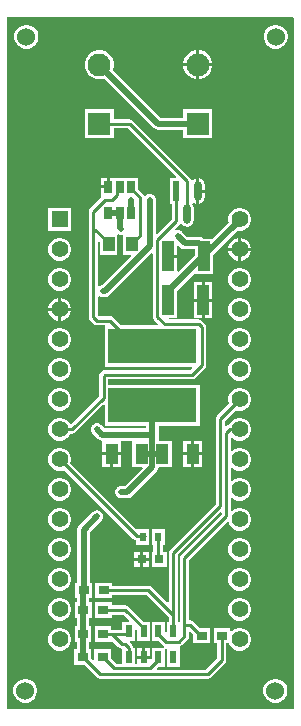
<source format=gbr>
G04*
G04 #@! TF.GenerationSoftware,Altium Limited,Altium Designer,23.1.1 (15)*
G04*
G04 Layer_Physical_Order=2*
G04 Layer_Color=16711680*
%FSLAX25Y25*%
%MOIN*%
G70*
G04*
G04 #@! TF.SameCoordinates,7F6F0EF6-604E-4872-8498-859B9B4CD440*
G04*
G04*
G04 #@! TF.FilePolarity,Positive*
G04*
G01*
G75*
%ADD12C,0.01000*%
%ADD13R,0.05567X0.05567*%
%ADD14C,0.05567*%
%ADD19C,0.02000*%
%ADD20R,0.07677X0.07677*%
%ADD21C,0.07677*%
%ADD22C,0.06000*%
%ADD23C,0.02000*%
%ADD24R,0.03937X0.09843*%
%ADD25R,0.29528X0.11811*%
%ADD26R,0.04352X0.06528*%
%ADD27R,0.03150X0.03150*%
%ADD28R,0.02362X0.04331*%
%ADD29R,0.03543X0.03150*%
%ADD30R,0.03937X0.04921*%
G04:AMPARAMS|DCode=31|XSize=65.3mil|YSize=24.68mil|CornerRadius=12.34mil|HoleSize=0mil|Usage=FLASHONLY|Rotation=270.000|XOffset=0mil|YOffset=0mil|HoleType=Round|Shape=RoundedRectangle|*
%AMROUNDEDRECTD31*
21,1,0.06530,0.00000,0,0,270.0*
21,1,0.04063,0.02468,0,0,270.0*
1,1,0.02468,0.00000,-0.02031*
1,1,0.02468,0.00000,0.02031*
1,1,0.02468,0.00000,0.02031*
1,1,0.02468,0.00000,-0.02031*
%
%ADD31ROUNDEDRECTD31*%
%ADD32R,0.02468X0.06530*%
%ADD33R,0.02756X0.03937*%
%ADD34R,0.02362X0.03150*%
G36*
X223800Y233300D02*
Y3000D01*
X128400D01*
X128100Y3124D01*
X128100Y233600D01*
X223500D01*
X223800Y233300D01*
D02*
G37*
%LPC*%
G36*
X218127Y231000D02*
X217073D01*
X216056Y230727D01*
X215144Y230201D01*
X214399Y229456D01*
X213873Y228544D01*
X213600Y227527D01*
Y226473D01*
X213873Y225456D01*
X214399Y224544D01*
X215144Y223799D01*
X216056Y223273D01*
X217073Y223000D01*
X218127D01*
X219144Y223273D01*
X220056Y223799D01*
X220801Y224544D01*
X221327Y225456D01*
X221600Y226473D01*
Y227527D01*
X221327Y228544D01*
X220801Y229456D01*
X220056Y230201D01*
X219144Y230727D01*
X218127Y231000D01*
D02*
G37*
G36*
X135027D02*
X133973D01*
X132956Y230727D01*
X132044Y230201D01*
X131299Y229456D01*
X130773Y228544D01*
X130500Y227527D01*
Y226473D01*
X130773Y225456D01*
X131299Y224544D01*
X132044Y223799D01*
X132956Y223273D01*
X133973Y223000D01*
X135027D01*
X136044Y223273D01*
X136956Y223799D01*
X137701Y224544D01*
X138227Y225456D01*
X138500Y226473D01*
Y227527D01*
X138227Y228544D01*
X137701Y229456D01*
X136956Y230201D01*
X136044Y230727D01*
X135027Y231000D01*
D02*
G37*
G36*
X192309Y222481D02*
X192172D01*
Y218143D01*
X196510D01*
Y218280D01*
X196181Y219510D01*
X195544Y220614D01*
X194643Y221514D01*
X193539Y222151D01*
X192309Y222481D01*
D02*
G37*
G36*
X191172D02*
X191035D01*
X189804Y222151D01*
X188701Y221514D01*
X187800Y220614D01*
X187163Y219510D01*
X186833Y218280D01*
Y218143D01*
X191172D01*
Y222481D01*
D02*
G37*
G36*
X196510Y217143D02*
X192172D01*
Y212804D01*
X192309D01*
X193539Y213134D01*
X194643Y213771D01*
X195544Y214671D01*
X196181Y215775D01*
X196510Y217005D01*
Y217143D01*
D02*
G37*
G36*
X191172D02*
X186833D01*
Y217005D01*
X187163Y215775D01*
X187800Y214671D01*
X188701Y213771D01*
X189804Y213134D01*
X191035Y212804D01*
X191172D01*
Y217143D01*
D02*
G37*
G36*
X159415Y222481D02*
X158141D01*
X156911Y222151D01*
X155807Y221514D01*
X154907Y220614D01*
X154270Y219510D01*
X153940Y218280D01*
Y217005D01*
X154270Y215775D01*
X154907Y214671D01*
X155807Y213771D01*
X156911Y213134D01*
X158141Y212804D01*
X159415D01*
X160455Y213082D01*
X177022Y196516D01*
X177683Y196073D01*
X178463Y195918D01*
X186833D01*
Y193119D01*
X196510D01*
Y202796D01*
X186833D01*
Y199997D01*
X179308D01*
X163338Y215966D01*
X163617Y217005D01*
Y218280D01*
X163287Y219510D01*
X162650Y220614D01*
X161749Y221514D01*
X160646Y222151D01*
X159415Y222481D01*
D02*
G37*
G36*
X161360Y179897D02*
X159482D01*
Y177429D01*
X161360D01*
Y179897D01*
D02*
G37*
G36*
X192202Y179771D02*
Y176061D01*
X193980D01*
Y177593D01*
X193807Y178464D01*
X193313Y179203D01*
X192574Y179697D01*
X192202Y179771D01*
D02*
G37*
G36*
X193980Y175062D02*
X192202D01*
Y171352D01*
X192574Y171426D01*
X193313Y171920D01*
X193807Y172659D01*
X193980Y173530D01*
Y175062D01*
D02*
G37*
G36*
X149435Y169949D02*
X141868D01*
Y162382D01*
X149435D01*
Y169949D01*
D02*
G37*
G36*
X163617Y202796D02*
X153940D01*
Y193119D01*
X163617D01*
Y196428D01*
X168246D01*
X184386Y180289D01*
X184195Y179827D01*
X182264D01*
Y171296D01*
X182968D01*
Y166119D01*
X178152Y161303D01*
X177690Y161495D01*
Y172600D01*
X177651Y172797D01*
Y172998D01*
X177574Y173183D01*
X177535Y173380D01*
X177424Y173547D01*
X177347Y173733D01*
X177205Y173875D01*
X177093Y174042D01*
X176926Y174153D01*
X176784Y174295D01*
X176599Y174372D01*
X176432Y174484D01*
X176235Y174523D01*
X176049Y174600D01*
X175848D01*
X175651Y174639D01*
X175454Y174600D01*
X175253D01*
X175068Y174523D01*
X174871Y174484D01*
X174704Y174372D01*
X174518Y174295D01*
X174376Y174153D01*
X174209Y174042D01*
X174164Y173974D01*
X173698Y174022D01*
X173603Y174087D01*
X173300Y174542D01*
X171718Y176123D01*
Y179897D01*
X162360D01*
Y176929D01*
X161860D01*
Y176429D01*
X159482D01*
Y173960D01*
X159482Y173960D01*
X159482D01*
X159437Y173479D01*
X155722Y169764D01*
X155390Y169268D01*
X155274Y168682D01*
Y162637D01*
Y133588D01*
X155390Y133003D01*
X155722Y132507D01*
X156928Y131301D01*
X157424Y130970D01*
X158009Y130853D01*
X160280D01*
X160736Y130748D01*
Y116937D01*
X189569D01*
X189760Y116475D01*
X189149Y115864D01*
X160822D01*
X160237Y115748D01*
X159741Y115416D01*
X159155Y114831D01*
X158823Y114334D01*
X158707Y113749D01*
Y107318D01*
X149408Y98019D01*
X148912Y98084D01*
X148679Y98488D01*
X147974Y99193D01*
X147112Y99691D01*
X146149Y99949D01*
X145153D01*
X144191Y99691D01*
X143328Y99193D01*
X142624Y98488D01*
X142126Y97626D01*
X141868Y96663D01*
Y95667D01*
X142126Y94705D01*
X142624Y93842D01*
X143328Y93138D01*
X144191Y92640D01*
X145153Y92382D01*
X146149D01*
X147112Y92640D01*
X147974Y93138D01*
X148679Y93842D01*
X149137Y94636D01*
X149717D01*
X150303Y94752D01*
X150799Y95084D01*
X160274Y104559D01*
X160736Y104368D01*
Y97252D01*
X174461D01*
Y96423D01*
X160635D01*
X159451Y97607D01*
X159284Y97719D01*
X159142Y97861D01*
X158956Y97938D01*
X158789Y98049D01*
X158592Y98089D01*
X158407Y98165D01*
X158206D01*
X158009Y98204D01*
X157812Y98165D01*
X157611D01*
X157425Y98089D01*
X157229Y98049D01*
X157062Y97938D01*
X156876Y97861D01*
X156734Y97719D01*
X156567Y97607D01*
X156455Y97440D01*
X156313Y97298D01*
X156237Y97113D01*
X156125Y96946D01*
X156086Y96749D01*
X156009Y96563D01*
Y96362D01*
X155970Y96165D01*
X156009Y95968D01*
Y95767D01*
X156086Y95582D01*
X156125Y95385D01*
X156237Y95218D01*
X156313Y95032D01*
X156455Y94890D01*
X156567Y94723D01*
X158349Y92942D01*
X159010Y92500D01*
X159354Y92431D01*
X159778Y92248D01*
X159778Y91850D01*
Y88484D01*
X162954D01*
X166130D01*
Y91845D01*
X166130Y92248D01*
X166590Y92345D01*
X169368D01*
X169828Y92248D01*
Y83719D01*
X173082D01*
X173274Y83258D01*
X167255Y77239D01*
X166100D01*
X165903Y77200D01*
X165702D01*
X165517Y77123D01*
X165320Y77084D01*
X165153Y76972D01*
X164967Y76895D01*
X164825Y76753D01*
X164658Y76642D01*
X164547Y76475D01*
X164404Y76333D01*
X164328Y76147D01*
X164216Y75980D01*
X164177Y75783D01*
X164100Y75598D01*
Y75397D01*
X164061Y75200D01*
X164100Y75003D01*
Y74802D01*
X164177Y74617D01*
X164216Y74420D01*
X164328Y74253D01*
X164404Y74067D01*
X164547Y73925D01*
X164658Y73758D01*
X164825Y73646D01*
X164967Y73505D01*
X165153Y73428D01*
X165320Y73316D01*
X165517Y73277D01*
X165702Y73200D01*
X165903D01*
X166100Y73161D01*
X168100D01*
X168880Y73316D01*
X169542Y73758D01*
X177942Y82158D01*
X178384Y82820D01*
X178539Y83600D01*
Y83719D01*
X183108D01*
Y92248D01*
X178539D01*
Y97252D01*
X192264D01*
Y111063D01*
X161766D01*
Y112805D01*
X189783D01*
X190368Y112922D01*
X190864Y113253D01*
X194037Y116426D01*
X194368Y116922D01*
X194484Y117507D01*
Y130178D01*
X194368Y130763D01*
X194037Y131260D01*
X192966Y132329D01*
X192470Y132661D01*
X191885Y132777D01*
X181680D01*
X181670Y132792D01*
X181938Y133292D01*
X184595D01*
Y142251D01*
X190352Y148009D01*
X190665Y147879D01*
Y147879D01*
X196602D01*
Y154009D01*
X205013Y162419D01*
X205153Y162382D01*
X206149D01*
X207112Y162640D01*
X207974Y163138D01*
X208679Y163842D01*
X209177Y164705D01*
X209435Y165667D01*
Y166663D01*
X209177Y167626D01*
X208679Y168488D01*
X207974Y169193D01*
X207112Y169691D01*
X206149Y169949D01*
X205153D01*
X204191Y169691D01*
X203328Y169193D01*
X202624Y168488D01*
X202126Y167626D01*
X201868Y166663D01*
Y165667D01*
X202000Y165174D01*
X196547Y159721D01*
X193520D01*
X192946Y160105D01*
X192165Y160260D01*
X188150D01*
X186399Y162012D01*
X186232Y162123D01*
X186090Y162265D01*
X185904Y162342D01*
X185737Y162454D01*
X185540Y162493D01*
X185355Y162570D01*
X185154D01*
X184957Y162609D01*
X184760Y162570D01*
X184559D01*
X184374Y162493D01*
X184129Y162954D01*
X185579Y164404D01*
X185675Y164548D01*
X186276D01*
X186489Y164229D01*
X187228Y163735D01*
X188100Y163562D01*
X188972Y163735D01*
X189710Y164229D01*
X190204Y164968D01*
X190378Y165840D01*
Y169902D01*
X190204Y170774D01*
X189842Y171316D01*
X189885Y171456D01*
X190472Y171665D01*
X190831Y171426D01*
X191202Y171352D01*
Y175561D01*
Y179771D01*
X190831Y179697D01*
X190092Y179203D01*
X190057Y179151D01*
X189526Y179257D01*
X189513Y179323D01*
X189181Y179819D01*
X169961Y199039D01*
X169465Y199371D01*
X168880Y199487D01*
X163617D01*
Y202796D01*
D02*
G37*
G36*
X206151Y159948D02*
Y156665D01*
X209434D01*
X209177Y157626D01*
X208679Y158488D01*
X207974Y159193D01*
X207112Y159691D01*
X206151Y159948D01*
D02*
G37*
G36*
X205151D02*
X204191Y159691D01*
X203328Y159193D01*
X202624Y158488D01*
X202126Y157626D01*
X201868Y156665D01*
X205151D01*
Y159948D01*
D02*
G37*
G36*
X209434Y155665D02*
X206151D01*
Y152382D01*
X207112Y152640D01*
X207974Y153138D01*
X208679Y153842D01*
X209177Y154705D01*
X209434Y155665D01*
D02*
G37*
G36*
X205151D02*
X201868D01*
X202126Y154705D01*
X202624Y153842D01*
X203328Y153138D01*
X204191Y152640D01*
X205151Y152382D01*
Y155665D01*
D02*
G37*
G36*
X146149Y159949D02*
X145153D01*
X144191Y159691D01*
X143328Y159193D01*
X142624Y158488D01*
X142126Y157626D01*
X141868Y156663D01*
Y155667D01*
X142126Y154705D01*
X142624Y153842D01*
X143328Y153138D01*
X144191Y152640D01*
X145153Y152382D01*
X146149D01*
X147112Y152640D01*
X147974Y153138D01*
X148679Y153842D01*
X149177Y154705D01*
X149435Y155667D01*
Y156663D01*
X149177Y157626D01*
X148679Y158488D01*
X147974Y159193D01*
X147112Y159691D01*
X146149Y159949D01*
D02*
G37*
G36*
X206149Y149949D02*
X205153D01*
X204191Y149691D01*
X203328Y149193D01*
X202624Y148488D01*
X202126Y147626D01*
X201868Y146663D01*
Y145667D01*
X202126Y144705D01*
X202624Y143842D01*
X203328Y143138D01*
X204191Y142640D01*
X205153Y142382D01*
X206149D01*
X207112Y142640D01*
X207974Y143138D01*
X208679Y143842D01*
X209177Y144705D01*
X209435Y145667D01*
Y146663D01*
X209177Y147626D01*
X208679Y148488D01*
X207974Y149193D01*
X207112Y149691D01*
X206149Y149949D01*
D02*
G37*
G36*
X146149D02*
X145153D01*
X144191Y149691D01*
X143328Y149193D01*
X142624Y148488D01*
X142126Y147626D01*
X141868Y146663D01*
Y145667D01*
X142126Y144705D01*
X142624Y143842D01*
X143328Y143138D01*
X144191Y142640D01*
X145153Y142382D01*
X146149D01*
X147112Y142640D01*
X147974Y143138D01*
X148679Y143842D01*
X149177Y144705D01*
X149435Y145667D01*
Y146663D01*
X149177Y147626D01*
X148679Y148488D01*
X147974Y149193D01*
X147112Y149691D01*
X146149Y149949D01*
D02*
G37*
G36*
X196405Y145135D02*
X193937D01*
Y139714D01*
X196405D01*
Y145135D01*
D02*
G37*
G36*
X192937D02*
X190469D01*
Y139714D01*
X192937D01*
Y145135D01*
D02*
G37*
G36*
X146151Y139948D02*
Y136665D01*
X149434D01*
X149177Y137626D01*
X148679Y138488D01*
X147974Y139193D01*
X147112Y139691D01*
X146151Y139948D01*
D02*
G37*
G36*
X145151D02*
X144191Y139691D01*
X143328Y139193D01*
X142624Y138488D01*
X142126Y137626D01*
X141868Y136665D01*
X145151D01*
Y139948D01*
D02*
G37*
G36*
X196405Y138714D02*
X193937D01*
Y133292D01*
X196405D01*
Y138714D01*
D02*
G37*
G36*
X192937D02*
X190469D01*
Y133292D01*
X192937D01*
Y138714D01*
D02*
G37*
G36*
X149434Y135665D02*
X146151D01*
Y132382D01*
X147112Y132640D01*
X147974Y133138D01*
X148679Y133842D01*
X149177Y134705D01*
X149434Y135665D01*
D02*
G37*
G36*
X145151D02*
X141868D01*
X142126Y134705D01*
X142624Y133842D01*
X143328Y133138D01*
X144191Y132640D01*
X145151Y132382D01*
Y135665D01*
D02*
G37*
G36*
X206149Y139949D02*
X205153D01*
X204191Y139691D01*
X203328Y139193D01*
X202624Y138488D01*
X202126Y137626D01*
X201868Y136663D01*
Y135667D01*
X202126Y134705D01*
X202624Y133842D01*
X203328Y133138D01*
X204191Y132640D01*
X205153Y132382D01*
X206149D01*
X207112Y132640D01*
X207974Y133138D01*
X208679Y133842D01*
X209177Y134705D01*
X209435Y135667D01*
Y136663D01*
X209177Y137626D01*
X208679Y138488D01*
X207974Y139193D01*
X207112Y139691D01*
X206149Y139949D01*
D02*
G37*
G36*
Y129949D02*
X205153D01*
X204191Y129691D01*
X203328Y129193D01*
X202624Y128488D01*
X202126Y127626D01*
X201868Y126663D01*
Y125667D01*
X202126Y124705D01*
X202624Y123842D01*
X203328Y123138D01*
X204191Y122640D01*
X205153Y122382D01*
X206149D01*
X207112Y122640D01*
X207974Y123138D01*
X208679Y123842D01*
X209177Y124705D01*
X209435Y125667D01*
Y126663D01*
X209177Y127626D01*
X208679Y128488D01*
X207974Y129193D01*
X207112Y129691D01*
X206149Y129949D01*
D02*
G37*
G36*
X146149D02*
X145153D01*
X144191Y129691D01*
X143328Y129193D01*
X142624Y128488D01*
X142126Y127626D01*
X141868Y126663D01*
Y125667D01*
X142126Y124705D01*
X142624Y123842D01*
X143328Y123138D01*
X144191Y122640D01*
X145153Y122382D01*
X146149D01*
X147112Y122640D01*
X147974Y123138D01*
X148679Y123842D01*
X149177Y124705D01*
X149435Y125667D01*
Y126663D01*
X149177Y127626D01*
X148679Y128488D01*
X147974Y129193D01*
X147112Y129691D01*
X146149Y129949D01*
D02*
G37*
G36*
X206149Y119949D02*
X205153D01*
X204191Y119691D01*
X203328Y119193D01*
X202624Y118488D01*
X202126Y117626D01*
X201868Y116663D01*
Y115667D01*
X202126Y114705D01*
X202624Y113842D01*
X203328Y113138D01*
X204191Y112640D01*
X205153Y112382D01*
X206149D01*
X207112Y112640D01*
X207974Y113138D01*
X208679Y113842D01*
X209177Y114705D01*
X209435Y115667D01*
Y116663D01*
X209177Y117626D01*
X208679Y118488D01*
X207974Y119193D01*
X207112Y119691D01*
X206149Y119949D01*
D02*
G37*
G36*
X146149D02*
X145153D01*
X144191Y119691D01*
X143328Y119193D01*
X142624Y118488D01*
X142126Y117626D01*
X141868Y116663D01*
Y115667D01*
X142126Y114705D01*
X142624Y113842D01*
X143328Y113138D01*
X144191Y112640D01*
X145153Y112382D01*
X146149D01*
X147112Y112640D01*
X147974Y113138D01*
X148679Y113842D01*
X149177Y114705D01*
X149435Y115667D01*
Y116663D01*
X149177Y117626D01*
X148679Y118488D01*
X147974Y119193D01*
X147112Y119691D01*
X146149Y119949D01*
D02*
G37*
G36*
X206149Y109949D02*
X205153D01*
X204191Y109691D01*
X203328Y109193D01*
X202624Y108488D01*
X202126Y107626D01*
X201868Y106663D01*
Y105667D01*
X202105Y104782D01*
X198026Y100703D01*
X197694Y100206D01*
X197578Y99621D01*
Y71241D01*
X182349Y56012D01*
X182018Y55516D01*
X181901Y54931D01*
Y38473D01*
X181439Y38282D01*
X176240Y43481D01*
X175743Y43813D01*
X175158Y43929D01*
X163020D01*
Y44975D01*
X157476D01*
Y39825D01*
X163020D01*
Y40871D01*
X174525D01*
X181901Y33494D01*
Y32002D01*
X181250D01*
Y28466D01*
X180750Y28198D01*
X180691Y28238D01*
Y32002D01*
X176328D01*
Y25671D01*
X178528D01*
X180109Y24090D01*
X180142Y24068D01*
X180448Y23721D01*
X180338Y23340D01*
X180248Y23340D01*
X176328D01*
Y19576D01*
X176269Y19537D01*
X176011Y19675D01*
X171407D01*
Y18039D01*
X170848D01*
Y23340D01*
X170181D01*
X170080Y23847D01*
X169748Y24343D01*
X168920Y25171D01*
X169128Y25671D01*
X170848D01*
Y29207D01*
X171348Y29474D01*
X171407Y29435D01*
Y25671D01*
X175769D01*
Y32002D01*
X173570D01*
X168591Y36980D01*
X168095Y37312D01*
X167510Y37428D01*
X162921D01*
Y38474D01*
X157378D01*
Y33324D01*
X162921D01*
Y34370D01*
X166876D01*
X168782Y32464D01*
X168591Y32002D01*
X166486D01*
Y29381D01*
X162823D01*
Y30427D01*
X157280D01*
Y25277D01*
X162823D01*
Y25277D01*
X163191Y25430D01*
X165197Y23424D01*
X165693Y23093D01*
X166278Y22976D01*
X166486D01*
Y18039D01*
X164444D01*
X162720Y19763D01*
Y22750D01*
X157176D01*
Y19267D01*
X156714Y19075D01*
X156027Y19763D01*
Y22750D01*
X155294D01*
Y25277D01*
X156130D01*
Y30427D01*
X155294D01*
Y33324D01*
X156228D01*
Y38474D01*
X155294D01*
Y39825D01*
X156327D01*
Y44975D01*
X155594D01*
Y61809D01*
X159451Y65665D01*
X159562Y65832D01*
X159704Y65974D01*
X159781Y66160D01*
X159893Y66327D01*
X159932Y66524D01*
X160009Y66709D01*
Y66910D01*
X160048Y67107D01*
X160009Y67304D01*
Y67505D01*
X159932Y67690D01*
X159893Y67887D01*
X159781Y68054D01*
X159704Y68240D01*
X159562Y68382D01*
X159451Y68549D01*
X159284Y68661D01*
X159142Y68803D01*
X158956Y68879D01*
X158789Y68991D01*
X158592Y69030D01*
X158407Y69107D01*
X158206D01*
X158009Y69146D01*
X157812Y69107D01*
X157611D01*
X157425Y69030D01*
X157229Y68991D01*
X157062Y68879D01*
X156876Y68803D01*
X156734Y68661D01*
X156567Y68549D01*
X152113Y64095D01*
X151671Y63434D01*
X151516Y62653D01*
Y44975D01*
X150784D01*
Y39825D01*
X151216D01*
Y38474D01*
X150685D01*
Y33324D01*
X151216D01*
Y30427D01*
X150587D01*
Y25277D01*
X151216D01*
Y22750D01*
X150484D01*
Y17600D01*
X153864D01*
X158036Y13428D01*
X158532Y13097D01*
X159117Y12980D01*
X195010D01*
X195595Y13097D01*
X196091Y13428D01*
X200729Y18067D01*
X201061Y18563D01*
X201177Y19148D01*
Y24769D01*
X202108D01*
X202126Y24705D01*
X202624Y23842D01*
X203328Y23138D01*
X204191Y22640D01*
X205153Y22382D01*
X206149D01*
X207112Y22640D01*
X207974Y23138D01*
X208679Y23842D01*
X209177Y24705D01*
X209435Y25667D01*
Y26664D01*
X209177Y27626D01*
X208679Y28488D01*
X207974Y29193D01*
X207112Y29691D01*
X206149Y29949D01*
X205153D01*
X204191Y29691D01*
X203328Y29193D01*
X202920Y28784D01*
X202420Y28992D01*
Y29918D01*
X196876D01*
Y24769D01*
X198119D01*
Y19782D01*
X194376Y16039D01*
X178174D01*
X177983Y16501D01*
X178491Y17010D01*
X180691D01*
X180691Y22781D01*
X181071Y23139D01*
X181191Y23166D01*
X181250Y23121D01*
Y17010D01*
X185612D01*
Y23207D01*
X185612Y23340D01*
X185813Y23757D01*
X185818Y23758D01*
X186315Y24090D01*
X188281Y26056D01*
X188613Y26553D01*
X188729Y27138D01*
Y28556D01*
X189191Y28748D01*
X190183Y27755D01*
Y24769D01*
X195727D01*
Y29918D01*
X192346D01*
X190261Y32004D01*
X189765Y32335D01*
X189180Y32452D01*
X188729D01*
Y52566D01*
X201451Y65289D01*
X202009Y65139D01*
X202126Y64705D01*
X202624Y63842D01*
X203328Y63138D01*
X204191Y62640D01*
X205153Y62382D01*
X206149D01*
X207112Y62640D01*
X207974Y63138D01*
X208679Y63842D01*
X209177Y64705D01*
X209435Y65667D01*
Y66663D01*
X209177Y67626D01*
X208679Y68489D01*
X207974Y69193D01*
X207112Y69691D01*
X206149Y69949D01*
X205153D01*
X204191Y69691D01*
X203328Y69193D01*
X203098Y68963D01*
X202636Y69155D01*
Y73176D01*
X203098Y73368D01*
X203328Y73138D01*
X204191Y72640D01*
X205153Y72382D01*
X206149D01*
X207112Y72640D01*
X207974Y73138D01*
X208679Y73842D01*
X209177Y74705D01*
X209435Y75667D01*
Y76664D01*
X209177Y77626D01*
X208679Y78488D01*
X207974Y79193D01*
X207112Y79691D01*
X206149Y79949D01*
X205153D01*
X204191Y79691D01*
X203328Y79193D01*
X203098Y78963D01*
X202636Y79154D01*
Y83176D01*
X203098Y83368D01*
X203328Y83138D01*
X204191Y82640D01*
X205153Y82382D01*
X206149D01*
X207112Y82640D01*
X207974Y83138D01*
X208679Y83842D01*
X209177Y84705D01*
X209435Y85667D01*
Y86664D01*
X209177Y87626D01*
X208679Y88489D01*
X207974Y89193D01*
X207112Y89691D01*
X206149Y89949D01*
X205153D01*
X204191Y89691D01*
X203328Y89193D01*
X203098Y88963D01*
X202636Y89154D01*
Y93176D01*
X203098Y93367D01*
X203328Y93138D01*
X204191Y92640D01*
X205153Y92382D01*
X206149D01*
X207112Y92640D01*
X207974Y93138D01*
X208679Y93842D01*
X209177Y94705D01*
X209435Y95667D01*
Y96663D01*
X209177Y97626D01*
X208679Y98488D01*
X207974Y99193D01*
X207112Y99691D01*
X206149Y99949D01*
X205153D01*
X204191Y99691D01*
X203328Y99193D01*
X202624Y98488D01*
X202156Y97679D01*
X201649Y97578D01*
X201152Y97247D01*
X201098Y97193D01*
X200636Y97384D01*
Y98988D01*
X204268Y102619D01*
X205153Y102382D01*
X206149D01*
X207112Y102640D01*
X207974Y103138D01*
X208679Y103842D01*
X209177Y104705D01*
X209435Y105667D01*
Y106663D01*
X209177Y107626D01*
X208679Y108488D01*
X207974Y109193D01*
X207112Y109691D01*
X206149Y109949D01*
D02*
G37*
G36*
X146149D02*
X145153D01*
X144191Y109691D01*
X143328Y109193D01*
X142624Y108488D01*
X142126Y107626D01*
X141868Y106663D01*
Y105667D01*
X142126Y104705D01*
X142624Y103842D01*
X143328Y103138D01*
X144191Y102640D01*
X145153Y102382D01*
X146149D01*
X147112Y102640D01*
X147974Y103138D01*
X148679Y103842D01*
X149177Y104705D01*
X149435Y105667D01*
Y106663D01*
X149177Y107626D01*
X148679Y108488D01*
X147974Y109193D01*
X147112Y109691D01*
X146149Y109949D01*
D02*
G37*
G36*
X193158Y92248D02*
X190482D01*
Y88484D01*
X193158D01*
Y92248D01*
D02*
G37*
G36*
X189482D02*
X186806D01*
Y88484D01*
X189482D01*
Y92248D01*
D02*
G37*
G36*
X193158Y87484D02*
X190482D01*
Y83719D01*
X193158D01*
Y87484D01*
D02*
G37*
G36*
X189482D02*
X186806D01*
Y83719D01*
X189482D01*
Y87484D01*
D02*
G37*
G36*
X166130Y87484D02*
X163454D01*
Y83719D01*
X166130D01*
Y87484D01*
D02*
G37*
G36*
X162454D02*
X159778D01*
Y83719D01*
X162454D01*
Y87484D01*
D02*
G37*
G36*
X146149Y79949D02*
X145153D01*
X144191Y79691D01*
X143328Y79193D01*
X142624Y78488D01*
X142126Y77626D01*
X141868Y76664D01*
Y75667D01*
X142126Y74705D01*
X142624Y73842D01*
X143328Y73138D01*
X144191Y72640D01*
X145153Y72382D01*
X146149D01*
X147112Y72640D01*
X147974Y73138D01*
X148679Y73842D01*
X149177Y74705D01*
X149435Y75667D01*
Y76664D01*
X149177Y77626D01*
X148679Y78488D01*
X147974Y79193D01*
X147112Y79691D01*
X146149Y79949D01*
D02*
G37*
G36*
Y69949D02*
X145153D01*
X144191Y69691D01*
X143328Y69193D01*
X142624Y68489D01*
X142126Y67626D01*
X141868Y66663D01*
Y65667D01*
X142126Y64705D01*
X142624Y63842D01*
X143328Y63138D01*
X144191Y62640D01*
X145153Y62382D01*
X146149D01*
X147112Y62640D01*
X147974Y63138D01*
X148679Y63842D01*
X149177Y64705D01*
X149435Y65667D01*
Y66663D01*
X149177Y67626D01*
X148679Y68489D01*
X147974Y69193D01*
X147112Y69691D01*
X146149Y69949D01*
D02*
G37*
G36*
Y89949D02*
X145153D01*
X144191Y89691D01*
X143328Y89193D01*
X142624Y88489D01*
X142126Y87626D01*
X141868Y86664D01*
Y85667D01*
X142126Y84705D01*
X142624Y83842D01*
X143328Y83138D01*
X144191Y82640D01*
X145153Y82382D01*
X146149D01*
X147035Y82619D01*
X170163Y59490D01*
X170660Y59159D01*
X171088Y59073D01*
Y57731D01*
X175450D01*
Y60472D01*
X175470Y60572D01*
X175450Y60672D01*
Y62880D01*
X171099D01*
X149197Y84782D01*
X149435Y85667D01*
Y86664D01*
X149177Y87626D01*
X148679Y88489D01*
X147974Y89193D01*
X147112Y89691D01*
X146149Y89949D01*
D02*
G37*
G36*
X175450Y55345D02*
X173376D01*
Y53271D01*
X175450D01*
Y55345D01*
D02*
G37*
G36*
X172376D02*
X170301D01*
Y53271D01*
X172376D01*
Y55345D01*
D02*
G37*
G36*
X206149Y59949D02*
X205153D01*
X204191Y59691D01*
X203328Y59193D01*
X202624Y58489D01*
X202126Y57626D01*
X201868Y56664D01*
Y55667D01*
X202126Y54705D01*
X202624Y53842D01*
X203328Y53138D01*
X204191Y52640D01*
X205153Y52382D01*
X206149D01*
X207112Y52640D01*
X207974Y53138D01*
X208679Y53842D01*
X209177Y54705D01*
X209435Y55667D01*
Y56664D01*
X209177Y57626D01*
X208679Y58489D01*
X207974Y59193D01*
X207112Y59691D01*
X206149Y59949D01*
D02*
G37*
G36*
X146149D02*
X145153D01*
X144191Y59691D01*
X143328Y59193D01*
X142624Y58489D01*
X142126Y57626D01*
X141868Y56664D01*
Y55667D01*
X142126Y54705D01*
X142624Y53842D01*
X143328Y53138D01*
X144191Y52640D01*
X145153Y52382D01*
X146149D01*
X147112Y52640D01*
X147974Y53138D01*
X148679Y53842D01*
X149177Y54705D01*
X149435Y55667D01*
Y56664D01*
X149177Y57626D01*
X148679Y58489D01*
X147974Y59193D01*
X147112Y59691D01*
X146149Y59949D01*
D02*
G37*
G36*
X180569Y62880D02*
X176206D01*
Y57731D01*
X176858D01*
Y55345D01*
X176206D01*
Y50196D01*
X181356D01*
Y55345D01*
X179917D01*
Y57731D01*
X180569D01*
Y62880D01*
D02*
G37*
G36*
X175450Y52271D02*
X173376D01*
Y50196D01*
X175450D01*
Y52271D01*
D02*
G37*
G36*
X172376D02*
X170301D01*
Y50196D01*
X172376D01*
Y52271D01*
D02*
G37*
G36*
X206149Y49949D02*
X205153D01*
X204191Y49691D01*
X203328Y49193D01*
X202624Y48489D01*
X202126Y47626D01*
X201868Y46663D01*
Y45667D01*
X202126Y44705D01*
X202624Y43842D01*
X203328Y43138D01*
X204191Y42640D01*
X205153Y42382D01*
X206149D01*
X207112Y42640D01*
X207974Y43138D01*
X208679Y43842D01*
X209177Y44705D01*
X209435Y45667D01*
Y46663D01*
X209177Y47626D01*
X208679Y48489D01*
X207974Y49193D01*
X207112Y49691D01*
X206149Y49949D01*
D02*
G37*
G36*
X146149D02*
X145153D01*
X144191Y49691D01*
X143328Y49193D01*
X142624Y48489D01*
X142126Y47626D01*
X141868Y46663D01*
Y45667D01*
X142126Y44705D01*
X142624Y43842D01*
X143328Y43138D01*
X144191Y42640D01*
X145153Y42382D01*
X146149D01*
X147112Y42640D01*
X147974Y43138D01*
X148679Y43842D01*
X149177Y44705D01*
X149435Y45667D01*
Y46663D01*
X149177Y47626D01*
X148679Y48489D01*
X147974Y49193D01*
X147112Y49691D01*
X146149Y49949D01*
D02*
G37*
G36*
X206149Y39949D02*
X205153D01*
X204191Y39691D01*
X203328Y39193D01*
X202624Y38489D01*
X202126Y37626D01*
X201868Y36663D01*
Y35667D01*
X202126Y34705D01*
X202624Y33842D01*
X203328Y33138D01*
X204191Y32640D01*
X205153Y32382D01*
X206149D01*
X207112Y32640D01*
X207974Y33138D01*
X208679Y33842D01*
X209177Y34705D01*
X209435Y35667D01*
Y36663D01*
X209177Y37626D01*
X208679Y38489D01*
X207974Y39193D01*
X207112Y39691D01*
X206149Y39949D01*
D02*
G37*
G36*
X146149D02*
X145153D01*
X144191Y39691D01*
X143328Y39193D01*
X142624Y38489D01*
X142126Y37626D01*
X141868Y36663D01*
Y35667D01*
X142126Y34705D01*
X142624Y33842D01*
X143328Y33138D01*
X144191Y32640D01*
X145153Y32382D01*
X146149D01*
X147112Y32640D01*
X147974Y33138D01*
X148679Y33842D01*
X149177Y34705D01*
X149435Y35667D01*
Y36663D01*
X149177Y37626D01*
X148679Y38489D01*
X147974Y39193D01*
X147112Y39691D01*
X146149Y39949D01*
D02*
G37*
G36*
Y29949D02*
X145153D01*
X144191Y29691D01*
X143328Y29193D01*
X142624Y28488D01*
X142126Y27626D01*
X141868Y26664D01*
Y25667D01*
X142126Y24705D01*
X142624Y23842D01*
X143328Y23138D01*
X144191Y22640D01*
X145153Y22382D01*
X146149D01*
X147112Y22640D01*
X147974Y23138D01*
X148679Y23842D01*
X149177Y24705D01*
X149435Y25667D01*
Y26664D01*
X149177Y27626D01*
X148679Y28488D01*
X147974Y29193D01*
X147112Y29691D01*
X146149Y29949D01*
D02*
G37*
G36*
X175769Y23340D02*
X174088D01*
Y20675D01*
X175769D01*
Y23340D01*
D02*
G37*
G36*
X173088D02*
X171407D01*
Y20675D01*
X173088D01*
Y23340D01*
D02*
G37*
G36*
X218027Y13000D02*
X216973D01*
X215956Y12727D01*
X215044Y12201D01*
X214299Y11456D01*
X213773Y10544D01*
X213500Y9527D01*
Y8473D01*
X213773Y7456D01*
X214299Y6544D01*
X215044Y5799D01*
X215956Y5273D01*
X216973Y5000D01*
X218027D01*
X219044Y5273D01*
X219956Y5799D01*
X220701Y6544D01*
X221227Y7456D01*
X221500Y8473D01*
Y9527D01*
X221227Y10544D01*
X220701Y11456D01*
X219956Y12201D01*
X219044Y12727D01*
X218027Y13000D01*
D02*
G37*
G36*
X134627D02*
X133573D01*
X132556Y12727D01*
X131644Y12201D01*
X130899Y11456D01*
X130373Y10544D01*
X130100Y9527D01*
Y8473D01*
X130373Y7456D01*
X130899Y6544D01*
X131644Y5799D01*
X132556Y5273D01*
X133573Y5000D01*
X134627D01*
X135644Y5273D01*
X136556Y5799D01*
X137301Y6544D01*
X137827Y7456D01*
X138100Y8473D01*
Y9527D01*
X137827Y10544D01*
X137301Y11456D01*
X136556Y12201D01*
X135644Y12727D01*
X134627Y13000D01*
D02*
G37*
%LPD*%
G36*
X165525Y161008D02*
X166321D01*
X166384Y161034D01*
X166800Y160757D01*
Y154321D01*
X169321D01*
X169512Y153859D01*
X159854Y144200D01*
X159602D01*
X158867Y143895D01*
X158794Y143823D01*
X158333Y144014D01*
Y158519D01*
X158833Y158786D01*
X158926Y158724D01*
Y154321D01*
X164863D01*
Y160741D01*
X165363Y161075D01*
X165525Y161008D01*
D02*
G37*
G36*
X185864Y156779D02*
X186525Y156337D01*
X187306Y156182D01*
X190665D01*
Y154089D01*
X185253Y148677D01*
X184791Y148869D01*
Y153300D01*
X181823D01*
Y154300D01*
X184791D01*
Y157199D01*
X185253Y157390D01*
X185864Y156779D01*
D02*
G37*
G36*
X176628Y154553D02*
Y133671D01*
X176744Y133086D01*
X177076Y132590D01*
X178456Y131210D01*
X178264Y130748D01*
X166026D01*
X163310Y133464D01*
X162814Y133795D01*
X162229Y133912D01*
X158642D01*
X158333Y134222D01*
Y140386D01*
X158794Y140577D01*
X158867Y140505D01*
X159602Y140200D01*
X160398D01*
X160444Y140219D01*
X160738Y140161D01*
X161518Y140316D01*
X162180Y140758D01*
X176166Y154745D01*
X176628Y154553D01*
D02*
G37*
G36*
X199578Y68261D02*
Y67740D01*
X186119Y54281D01*
X185787Y53785D01*
X185671Y53200D01*
Y32477D01*
X185612Y32002D01*
X184960D01*
Y34127D01*
Y54297D01*
X199116Y68453D01*
X199578Y68261D01*
D02*
G37*
D12*
X193634Y154098D02*
X193808D01*
X193558D02*
X193634D01*
Y156753D01*
Y153800D02*
Y154098D01*
X205651Y165942D02*
Y166165D01*
X181626Y139214D02*
Y142166D01*
X153452Y20175D02*
X159117Y14510D01*
X195010D02*
X199648Y19148D01*
X153255Y20175D02*
X153452D01*
X159117Y14510D02*
X195010D01*
X199648Y19148D02*
Y27344D01*
X145651Y86165D02*
X171245Y60572D01*
X173941D01*
X153255Y42100D02*
X153555Y42400D01*
X160000Y142200D02*
X160738D01*
X156803Y133588D02*
Y162637D01*
Y133588D02*
X158009Y132382D01*
X170768Y123843D02*
X176500D01*
X162229Y132382D02*
X170768Y123843D01*
X158009Y132382D02*
X162229D01*
X168880Y197958D02*
X188100Y178737D01*
Y167871D02*
Y178737D01*
X158778Y197958D02*
X168880D01*
X169232Y172594D02*
X169340D01*
X165762Y163170D02*
X165923Y163008D01*
X172218Y160723D02*
Y173460D01*
X169769Y158273D02*
X172218Y160723D01*
X169340Y176338D02*
X172218Y173460D01*
X165600Y168271D02*
X165762Y168110D01*
X178157Y159146D02*
X184498Y165486D01*
Y175561D01*
X178157Y133671D02*
Y159146D01*
X192165Y158221D02*
X193634Y156753D01*
X169769Y157781D02*
Y158273D01*
X178157Y133671D02*
X180580Y131248D01*
X192955Y117507D02*
Y130178D01*
X189783Y114335D02*
X192955Y117507D01*
X191885Y131248D02*
X192955Y130178D01*
X183431Y54931D02*
X199107Y70607D01*
Y99621D01*
X201107Y67107D02*
Y95038D01*
X199107Y99621D02*
X205651Y106165D01*
X178387Y53164D02*
X178781Y52771D01*
X178387Y53164D02*
Y60305D01*
X202234Y96165D02*
X205651D01*
X187200Y53200D02*
X201107Y67107D01*
Y95038D02*
X202234Y96165D01*
X183431Y34127D02*
Y54931D01*
X187200Y30922D02*
Y53200D01*
X156803Y162637D02*
Y168682D01*
X157531Y162637D02*
X161894Y158273D01*
X156803Y162637D02*
X157531D01*
X161894Y157781D02*
Y158273D01*
X169340Y176338D02*
Y176929D01*
X160236Y113749D02*
X160822Y114335D01*
X160236Y106684D02*
Y113749D01*
X160822Y114335D02*
X189783D01*
X156803Y168682D02*
X160721Y172600D01*
X149717Y96165D02*
X160236Y106684D01*
X145651Y96165D02*
X149717D01*
X180580Y131248D02*
X191885D01*
X160721Y172600D02*
X162999D01*
X164738Y174339D01*
Y176067D01*
X165600Y176929D01*
X162932Y27852D02*
X167986D01*
X160051D02*
X162932D01*
X168667Y20175D02*
Y23262D01*
X162932Y27852D02*
X166278Y24506D01*
X167423D01*
X168667Y23262D01*
X183431Y28836D02*
Y34127D01*
X160248Y42400D02*
X175158D01*
X183431Y34127D01*
X160150Y35899D02*
X167510D01*
X173588Y29821D01*
Y28836D02*
Y29821D01*
X168667Y28533D02*
Y28836D01*
X167986Y27852D02*
X168667Y28533D01*
X175828Y16510D02*
X178509Y19191D01*
X160145Y20175D02*
X163810Y16510D01*
X175828D01*
X178509Y19191D02*
Y20175D01*
X159948D02*
X160145D01*
X187200Y27138D02*
Y30922D01*
X189180D02*
X192758Y27344D01*
X187200Y30922D02*
X189180D01*
X192758Y27344D02*
X192955D01*
X185233Y25171D02*
X187200Y27138D01*
X178509Y27852D02*
X181191Y25171D01*
X178509Y27852D02*
Y28836D01*
X181191Y25171D02*
X185233D01*
D13*
X145651Y166165D02*
D03*
D14*
Y156165D02*
D03*
Y146165D02*
D03*
Y136165D02*
D03*
Y126165D02*
D03*
Y116165D02*
D03*
Y106165D02*
D03*
Y96165D02*
D03*
Y86165D02*
D03*
Y76165D02*
D03*
Y66165D02*
D03*
Y56165D02*
D03*
Y46165D02*
D03*
Y36165D02*
D03*
Y26165D02*
D03*
X205651D02*
D03*
Y36165D02*
D03*
Y46165D02*
D03*
Y56165D02*
D03*
Y66165D02*
D03*
Y76165D02*
D03*
Y86165D02*
D03*
Y96165D02*
D03*
Y106165D02*
D03*
Y116165D02*
D03*
Y126165D02*
D03*
Y136165D02*
D03*
Y146165D02*
D03*
Y156165D02*
D03*
Y166165D02*
D03*
D19*
X153255Y20175D02*
Y42100D01*
X181626Y142166D02*
X193558Y154098D01*
X193808D02*
X205651Y165942D01*
X166100Y75200D02*
X168100D01*
X176500Y83600D01*
X158009Y96165D02*
X159790Y94384D01*
X176500D01*
X172513Y88042D02*
X176500D01*
Y83600D02*
Y88042D01*
X153555Y62653D02*
X158009Y67107D01*
X153555Y42400D02*
Y62653D01*
X176500Y94384D02*
Y104157D01*
Y88042D02*
Y94384D01*
X169340Y168271D02*
Y172594D01*
X160738Y142200D02*
X175651Y157114D01*
Y172600D01*
X165762Y163170D02*
Y168110D01*
X161860Y168271D02*
X165600D01*
X184957Y160570D02*
X187306Y158221D01*
X192165D01*
X178463Y197958D02*
X191672D01*
X158778Y217642D02*
X178463Y197958D01*
X176500Y88042D02*
X179441D01*
D20*
X158778Y197958D02*
D03*
X191672D02*
D03*
D21*
X158778Y217642D02*
D03*
X191672D02*
D03*
D22*
X134500Y227000D02*
D03*
X217600D02*
D03*
X134100Y9000D02*
D03*
X217500D02*
D03*
D23*
X166100Y75200D02*
D03*
X158009Y96165D02*
D03*
Y67107D02*
D03*
X160000Y142200D02*
D03*
X175651Y172600D02*
D03*
X169232Y172594D02*
D03*
X165923Y163008D02*
D03*
X184957Y160570D02*
D03*
D24*
X193634Y153800D02*
D03*
X181823D02*
D03*
X181626Y139214D02*
D03*
X193437D02*
D03*
D25*
X176500Y104157D02*
D03*
Y123843D02*
D03*
D26*
X173004Y87984D02*
D03*
X162954D02*
D03*
X179832D02*
D03*
X189882D02*
D03*
D27*
X172876Y52771D02*
D03*
X178781D02*
D03*
D28*
X183431Y20175D02*
D03*
X178509D02*
D03*
X173588D02*
D03*
X168667D02*
D03*
Y28836D02*
D03*
X173588D02*
D03*
X178509D02*
D03*
X183431D02*
D03*
D29*
X160248Y42400D02*
D03*
X153555D02*
D03*
X160150Y35899D02*
D03*
X153457D02*
D03*
X160051Y27852D02*
D03*
X153358D02*
D03*
X153255Y20175D02*
D03*
X159948D02*
D03*
X199648Y27344D02*
D03*
X192955D02*
D03*
D30*
X161894Y157781D02*
D03*
X169769D02*
D03*
D31*
X188100Y167871D02*
D03*
X191702Y175561D02*
D03*
D32*
X184498D02*
D03*
D33*
X169340Y176929D02*
D03*
X165600D02*
D03*
X161860D02*
D03*
Y168271D02*
D03*
X165600D02*
D03*
X169340D02*
D03*
D34*
X173269Y60305D02*
D03*
X178387D02*
D03*
M02*

</source>
